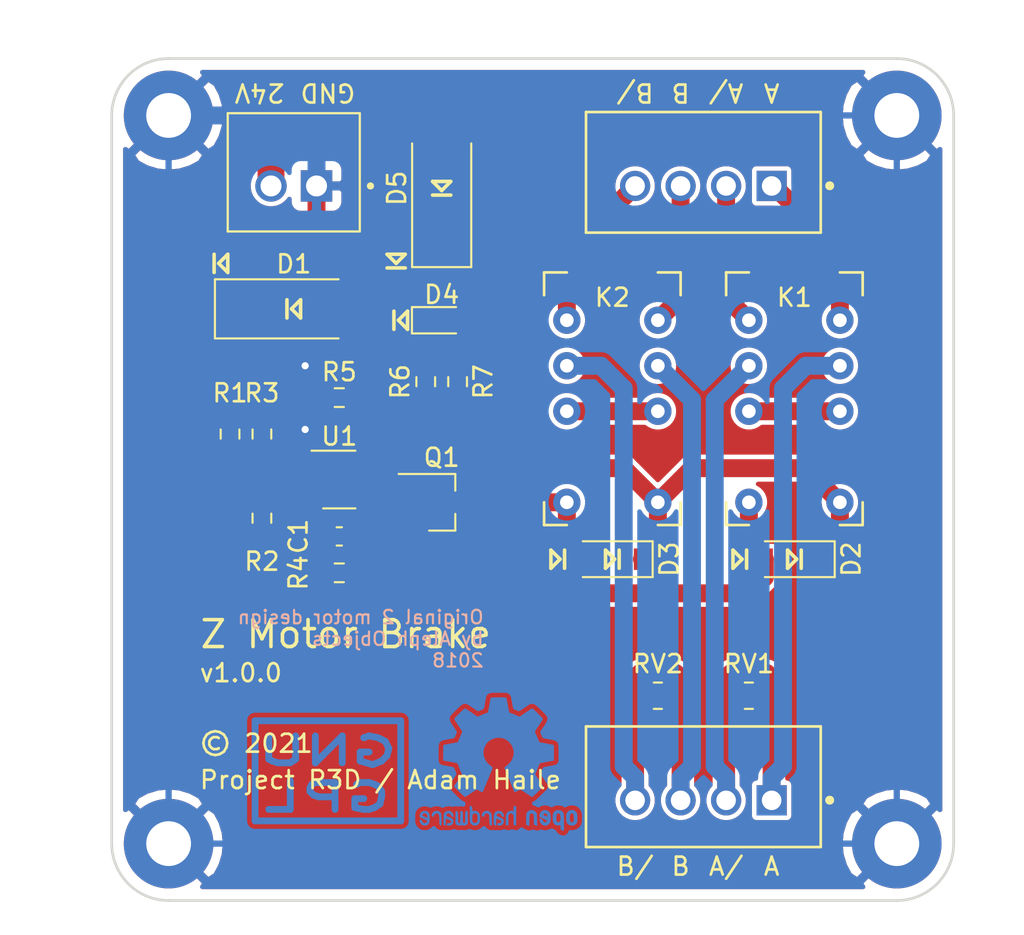
<source format=kicad_pcb>
(kicad_pcb (version 20171130) (host pcbnew "(5.1.10)-1")
  (layers (0 F.Cu signal) (31 B.Cu signal) (34 B.Paste user) (35 F.Paste user) (36 B.SilkS user) (37 F.SilkS user) (38 B.Mask user) (39 F.Mask user) (44 Edge.Cuts user))
  (net 0 "")
  (net 1 "Net-(C1-Pad1)")
  (net 2 "Net-(C1-Pad2)")
  (net 3 "Net-(D1-Pad1)")
  (net 4 GND)
  (net 5 +24V)
  (net 6 "Net-(D2-Pad2)")
  (net 7 "Net-(K1-Pad10)")
  (net 8 "Net-(K1-Pad9)")
  (net 9 "Net-(K1-Pad8)")
  (net 10 "Net-(K1-Pad4)")
  (net 11 "Net-(K1-Pad5)")
  (net 12 "Net-(K2-Pad10)")
  (net 13 "Net-(K2-Pad9)")
  (net 14 "Net-(K2-Pad8)")
  (net 15 "Net-(K2-Pad4)")
  (net 16 "Net-(K2-Pad5)")
  (net 17 "Net-(Q1-Pad1)")
  (net 18 VDD)
  (net 19 "Net-(D4-Pad1)")
  (module Symbol:Symbol_GNU-GPL_CopperTop_Small (layer B.Cu) (at 67.945 116.84 180)
    (fp_text reference REF** hide)
    (fp_text value Symbol_GNU-GPL_CopperTop_Small)
    (fp_line (start 2.10058 -0.29972) (end 2.10058 -1.89992) (layer B.Cu) (width 0.381))
    (fp_line (start 2.10058 -1.89992) (end 3.29946 -1.89992) (layer B.Cu) (width 0.381))
    (fp_line (start -0.39878 -1.89992) (end -0.39878 -0.39878) (layer B.Cu) (width 0.381))
    (fp_line (start -0.39878 -0.39878) (end 0.50038 -0.39878) (layer B.Cu) (width 0.381))
    (fp_line (start 0.50038 -0.39878) (end 0.70104 -0.39878) (layer B.Cu) (width 0.381))
    (fp_line (start 0.70104 -0.39878) (end 0.89916 -0.50038) (layer B.Cu) (width 0.381))
    (fp_line (start 0.89916 -0.50038) (end 1.00076 -0.70104) (layer B.Cu) (width 0.381))
    (fp_line (start 1.00076 -0.70104) (end 1.00076 -0.89916) (layer B.Cu) (width 0.381))
    (fp_line (start 1.00076 -0.89916) (end 0.8001 -1.09982) (layer B.Cu) (width 0.381))
    (fp_line (start 0.8001 -1.09982) (end 0.50038 -1.19888) (layer B.Cu) (width 0.381))
    (fp_line (start 0.50038 -1.19888) (end -0.39878 -1.19888) (layer B.Cu) (width 0.381))
    (fp_line (start -1.6002 -0.50038) (end -1.80086 -0.39878) (layer B.Cu) (width 0.381))
    (fp_line (start -1.80086 -0.39878) (end -2.30124 -0.39878) (layer B.Cu) (width 0.381))
    (fp_line (start -2.30124 -0.39878) (end -2.60096 -0.50038) (layer B.Cu) (width 0.381))
    (fp_line (start -2.60096 -0.50038) (end -2.79908 -0.59944) (layer B.Cu) (width 0.381))
    (fp_line (start -2.79908 -0.59944) (end -2.99974 -0.89916) (layer B.Cu) (width 0.381))
    (fp_line (start -2.99974 -0.89916) (end -2.99974 -1.19888) (layer B.Cu) (width 0.381))
    (fp_line (start -2.99974 -1.19888) (end -2.90068 -1.6002) (layer B.Cu) (width 0.381))
    (fp_line (start -2.90068 -1.6002) (end -2.60096 -1.80086) (layer B.Cu) (width 0.381))
    (fp_line (start -2.60096 -1.80086) (end -2.30124 -1.89992) (layer B.Cu) (width 0.381))
    (fp_line (start -2.30124 -1.89992) (end -1.99898 -1.89992) (layer B.Cu) (width 0.381))
    (fp_line (start -1.99898 -1.89992) (end -1.50114 -1.80086) (layer B.Cu) (width 0.381))
    (fp_line (start -1.50114 -1.80086) (end -1.50114 -1.30048) (layer B.Cu) (width 0.381))
    (fp_line (start -1.50114 -1.30048) (end -1.99898 -1.30048) (layer B.Cu) (width 0.381))
    (fp_line (start 1.80086 2.19964) (end 1.80086 0.89916) (layer B.Cu) (width 0.381))
    (fp_line (start 1.80086 0.89916) (end 2.10058 0.70104) (layer B.Cu) (width 0.381))
    (fp_line (start 2.10058 0.70104) (end 2.4003 0.70104) (layer B.Cu) (width 0.381))
    (fp_line (start 2.4003 0.70104) (end 2.79908 0.70104) (layer B.Cu) (width 0.381))
    (fp_line (start 2.79908 0.70104) (end 3.0988 0.8001) (layer B.Cu) (width 0.381))
    (fp_line (start 3.0988 0.8001) (end 3.29946 0.89916) (layer B.Cu) (width 0.381))
    (fp_line (start 3.29946 0.89916) (end 3.29946 2.19964) (layer B.Cu) (width 0.381))
    (fp_line (start -0.8001 0.70104) (end -0.8001 2.19964) (layer B.Cu) (width 0.381))
    (fp_line (start -0.8001 2.19964) (end 0.70104 0.70104) (layer B.Cu) (width 0.381))
    (fp_line (start 0.70104 0.70104) (end 0.70104 2.19964) (layer B.Cu) (width 0.381))
    (fp_line (start -1.99898 2.10058) (end -2.30124 2.19964) (layer B.Cu) (width 0.381))
    (fp_line (start -2.30124 2.19964) (end -2.79908 2.10058) (layer B.Cu) (width 0.381))
    (fp_line (start -2.79908 2.10058) (end -3.2004 1.89992) (layer B.Cu) (width 0.381))
    (fp_line (start -3.2004 1.89992) (end -3.40106 1.50114) (layer B.Cu) (width 0.381))
    (fp_line (start -3.40106 1.50114) (end -3.29946 1.09982) (layer B.Cu) (width 0.381))
    (fp_line (start -3.29946 1.09982) (end -2.99974 0.8001) (layer B.Cu) (width 0.381))
    (fp_line (start -2.99974 0.8001) (end -2.49936 0.59944) (layer B.Cu) (width 0.381))
    (fp_line (start -2.49936 0.59944) (end -1.80086 0.8001) (layer B.Cu) (width 0.381))
    (fp_line (start -1.80086 0.8001) (end -1.80086 1.30048) (layer B.Cu) (width 0.381))
    (fp_line (start -1.80086 1.30048) (end -2.30124 1.30048) (layer B.Cu) (width 0.381))
    (fp_line (start -4.064 3.048) (end 4.064 3.048) (layer B.Cu) (width 0.381))
    (fp_line (start 4.064 3.048) (end 4.064 -2.54) (layer B.Cu) (width 0.381))
    (fp_line (start 4.064 -2.54) (end -4.064 -2.54) (layer B.Cu) (width 0.381))
    (fp_line (start -4.064 -2.54) (end -4.064 3.048) (layer B.Cu) (width 0.381))
  )
  (module Symbol:OSHW-Logo2_9.8x8mm_Copper (layer B.Cu) (at 77.47 116.205 180)
    (fp_text reference REF** hide)
    (fp_text value OSHW-Logo2_9.8x8mm_Copper hide)
    (fp_poly (pts (xy -3.231114 -2.584505) (xy -3.156461 -2.621727) (xy -3.090569 -2.690261) (xy -3.072423 -2.715648) (xy -3.052655 -2.748866) (xy -3.039828 -2.784945) (xy -3.03249 -2.833098) (xy -3.029187 -2.902536) (xy -3.028462 -2.994206) (xy -3.031737 -3.11983) (xy -3.043123 -3.214154) (xy -3.064959 -3.284523) (xy -3.099581 -3.338286) (xy -3.14933 -3.382788) (xy -3.152986 -3.385423) (xy -3.202015 -3.412377) (xy -3.261055 -3.425712) (xy -3.336141 -3.429) (xy -3.458205 -3.429) (xy -3.458256 -3.547497) (xy -3.459392 -3.613492) (xy -3.466314 -3.652202) (xy -3.484402 -3.675419) (xy -3.519038 -3.694933) (xy -3.527355 -3.69892) (xy -3.56628 -3.717603) (xy -3.596417 -3.729403) (xy -3.618826 -3.730422) (xy -3.634567 -3.716761) (xy -3.644698 -3.684522) (xy -3.650277 -3.629804) (xy -3.652365 -3.548711) (xy -3.652019 -3.437344) (xy -3.6503 -3.291802) (xy -3.649763 -3.248269) (xy -3.647828 -3.098205) (xy -3.646096 -3.000042) (xy -3.458308 -3.000042) (xy -3.457252 -3.083364) (xy -3.452562 -3.13788) (xy -3.441949 -3.173837) (xy -3.423128 -3.201482) (xy -3.41035 -3.214965) (xy -3.35811 -3.254417) (xy -3.311858 -3.257628) (xy -3.264133 -3.225049) (xy -3.262923 -3.223846) (xy -3.243506 -3.198668) (xy -3.231693 -3.164447) (xy -3.225735 -3.111748) (xy -3.22388 -3.031131) (xy -3.223846 -3.013271) (xy -3.22833 -2.902175) (xy -3.242926 -2.825161) (xy -3.26935 -2.778147) (xy -3.309317 -2.75705) (xy -3.332416 -2.754923) (xy -3.387238 -2.7649) (xy -3.424842 -2.797752) (xy -3.447477 -2.857857) (xy -3.457394 -2.949598) (xy -3.458308 -3.000042) (xy -3.646096 -3.000042) (xy -3.645778 -2.98206) (xy -3.643127 -2.894679) (xy -3.639394 -2.830905) (xy -3.634093 -2.785582) (xy -3.626742 -2.753555) (xy -3.616857 -2.729668) (xy -3.603954 -2.708764) (xy -3.598421 -2.700898) (xy -3.525031 -2.626595) (xy -3.43224 -2.584467) (xy -3.324904 -2.572722) (xy -3.231114 -2.584505)) (layer B.Cu) (width 0.01))
    (fp_poly (pts (xy -1.728336 -2.595089) (xy -1.665633 -2.631358) (xy -1.622039 -2.667358) (xy -1.590155 -2.705075) (xy -1.56819 -2.751199) (xy -1.554351 -2.812421) (xy -1.546847 -2.895431) (xy -1.543883 -3.006919) (xy -1.543539 -3.087062) (xy -1.543539 -3.382065) (xy -1.709615 -3.456515) (xy -1.719385 -3.133402) (xy -1.723421 -3.012729) (xy -1.727656 -2.925141) (xy -1.732903 -2.86465) (xy -1.739975 -2.825268) (xy -1.749689 -2.801007) (xy -1.762856 -2.78588) (xy -1.767081 -2.782606) (xy -1.831091 -2.757034) (xy -1.895792 -2.767153) (xy -1.934308 -2.794) (xy -1.949975 -2.813024) (xy -1.96082 -2.837988) (xy -1.967712 -2.875834) (xy -1.971521 -2.933502) (xy -1.973117 -3.017935) (xy -1.973385 -3.105928) (xy -1.973437 -3.216323) (xy -1.975328 -3.294463) (xy -1.981655 -3.347165) (xy -1.995017 -3.381242) (xy -2.018015 -3.403511) (xy -2.053246 -3.420787) (xy -2.100303 -3.438738) (xy -2.151697 -3.458278) (xy -2.145579 -3.111485) (xy -2.143116 -2.986468) (xy -2.140233 -2.894082) (xy -2.136102 -2.827881) (xy -2.129893 -2.78142) (xy -2.120774 -2.748256) (xy -2.107917 -2.721944) (xy -2.092416 -2.698729) (xy -2.017629 -2.624569) (xy -1.926372 -2.581684) (xy -1.827117 -2.571412) (xy -1.728336 -2.595089)) (layer B.Cu) (width 0.01))
    (fp_poly (pts (xy -3.983114 -2.587256) (xy -3.891536 -2.635409) (xy -3.823951 -2.712905) (xy -3.799943 -2.762727) (xy -3.781262 -2.837533) (xy -3.771699 -2.932052) (xy -3.770792 -3.03521) (xy -3.778079 -3.135935) (xy -3.793097 -3.223153) (xy -3.815385 -3.285791) (xy -3.822235 -3.296579) (xy -3.903368 -3.377105) (xy -3.999734 -3.425336) (xy -4.104299 -3.43945) (xy -4.210032 -3.417629) (xy -4.239457 -3.404547) (xy -4.296759 -3.364231) (xy -4.34705 -3.310775) (xy -4.351803 -3.303995) (xy -4.371122 -3.271321) (xy -4.383892 -3.236394) (xy -4.391436 -3.190414) (xy -4.395076 -3.124584) (xy -4.396135 -3.030105) (xy -4.396154 -3.008923) (xy -4.396106 -3.002182) (xy -4.200769 -3.002182) (xy -4.199632 -3.091349) (xy -4.195159 -3.15052) (xy -4.185754 -3.188741) (xy -4.169824 -3.215053) (xy -4.161692 -3.223846) (xy -4.114942 -3.257261) (xy -4.069553 -3.255737) (xy -4.02366 -3.226752) (xy -3.996288 -3.195809) (xy -3.980077 -3.150643) (xy -3.970974 -3.07942) (xy -3.970349 -3.071114) (xy -3.968796 -2.942037) (xy -3.985035 -2.846172) (xy -4.018848 -2.784107) (xy -4.070016 -2.756432) (xy -4.08828 -2.754923) (xy -4.13624 -2.762513) (xy -4.169047 -2.788808) (xy -4.189105 -2.839095) (xy -4.198822 -2.918664) (xy -4.200769 -3.002182) (xy -4.396106 -3.002182) (xy -4.395426 -2.908249) (xy -4.392371 -2.837906) (xy -4.385678 -2.789163) (xy -4.37404 -2.753288) (xy -4.356147 -2.721548) (xy -4.352192 -2.715648) (xy -4.285733 -2.636104) (xy -4.213315 -2.589929) (xy -4.125151 -2.571599) (xy -4.095213 -2.570703) (xy -3.983114 -2.587256)) (layer B.Cu) (width 0.01))
    (fp_poly (pts (xy -2.465746 -2.599745) (xy -2.388714 -2.651567) (xy -2.329184 -2.726412) (xy -2.293622 -2.821654) (xy -2.286429 -2.891756) (xy -2.287246 -2.921009) (xy -2.294086 -2.943407) (xy -2.312888 -2.963474) (xy -2.349592 -2.985733) (xy -2.410138 -3.014709) (xy -2.500466 -3.054927) (xy -2.500923 -3.055129) (xy -2.584067 -3.09321) (xy -2.652247 -3.127025) (xy -2.698495 -3.152933) (xy -2.715842 -3.167295) (xy -2.715846 -3.167411) (xy -2.700557 -3.198685) (xy -2.664804 -3.233157) (xy -2.623758 -3.25799) (xy -2.602963 -3.262923) (xy -2.54623 -3.245862) (xy -2.497373 -3.203133) (xy -2.473535 -3.156155) (xy -2.450603 -3.121522) (xy -2.405682 -3.082081) (xy -2.352877 -3.048009) (xy -2.30629 -3.02948) (xy -2.296548 -3.028462) (xy -2.285582 -3.045215) (xy -2.284921 -3.088039) (xy -2.29298 -3.145781) (xy -2.308173 -3.207289) (xy -2.328914 -3.261409) (xy -2.329962 -3.26351) (xy -2.392379 -3.35066) (xy -2.473274 -3.409939) (xy -2.565144 -3.439034) (xy -2.660487 -3.435634) (xy -2.751802 -3.397428) (xy -2.755862 -3.394741) (xy -2.827694 -3.329642) (xy -2.874927 -3.244705) (xy -2.901066 -3.133021) (xy -2.904574 -3.101643) (xy -2.910787 -2.953536) (xy -2.903339 -2.884468) (xy -2.715846 -2.884468) (xy -2.71341 -2.927552) (xy -2.700086 -2.940126) (xy -2.666868 -2.930719) (xy -2.614506 -2.908483) (xy -2.555976 -2.88061) (xy -2.554521 -2.879872) (xy -2.504911 -2.853777) (xy -2.485 -2.836363) (xy -2.48991 -2.818107) (xy -2.510584 -2.79412) (xy -2.563181 -2.759406) (xy -2.619823 -2.756856) (xy -2.670631 -2.782119) (xy -2.705724 -2.830847) (xy -2.715846 -2.884468) (xy -2.903339 -2.884468) (xy -2.898008 -2.835036) (xy -2.865222 -2.741055) (xy -2.819579 -2.675215) (xy -2.737198 -2.608681) (xy -2.646454 -2.575676) (xy -2.553815 -2.573573) (xy -2.465746 -2.599745)) (layer B.Cu) (width 0.01))
    (fp_poly (pts (xy -0.840154 -2.49212) (xy -0.834428 -2.57198) (xy -0.827851 -2.619039) (xy -0.818738 -2.639566) (xy -0.805402 -2.639829) (xy -0.801077 -2.637378) (xy -0.743556 -2.619636) (xy -0.668732 -2.620672) (xy -0.592661 -2.63891) (xy -0.545082 -2.662505) (xy -0.496298 -2.700198) (xy -0.460636 -2.742855) (xy -0.436155 -2.797057) (xy -0.420913 -2.869384) (xy -0.41297 -2.966419) (xy -0.410384 -3.094742) (xy -0.410338 -3.119358) (xy -0.410308 -3.39587) (xy -0.471839 -3.41732) (xy -0.515541 -3.431912) (xy -0.539518 -3.438706) (xy -0.540223 -3.438769) (xy -0.542585 -3.420345) (xy -0.544594 -3.369526) (xy -0.546099 -3.292993) (xy -0.546947 -3.19743) (xy -0.547077 -3.139329) (xy -0.547349 -3.024771) (xy -0.548748 -2.942667) (xy -0.552151 -2.886393) (xy -0.558433 -2.849326) (xy -0.568471 -2.824844) (xy -0.583139 -2.806325) (xy -0.592298 -2.797406) (xy -0.655211 -2.761466) (xy -0.723864 -2.758775) (xy -0.786152 -2.78917) (xy -0.797671 -2.800144) (xy -0.814567 -2.820779) (xy -0.826286 -2.845256) (xy -0.833767 -2.880647) (xy -0.837946 -2.934026) (xy -0.839763 -3.012466) (xy -0.840154 -3.120617) (xy -0.840154 -3.39587) (xy -0.901685 -3.41732) (xy -0.945387 -3.431912) (xy -0.969364 -3.438706) (xy -0.97007 -3.438769) (xy -0.971874 -3.420069) (xy -0.9735 -3.367322) (xy -0.974883 -3.285557) (xy -0.975958 -3.179805) (xy -0.97666 -3.055094) (xy -0.976923 -2.916455) (xy -0.976923 -2.381806) (xy -0.849923 -2.328236) (xy -0.840154 -2.49212)) (layer B.Cu) (width 0.01))
    (fp_poly (pts (xy 0.053501 -2.626303) (xy 0.13006 -2.654733) (xy 0.130936 -2.655279) (xy 0.178285 -2.690127) (xy 0.213241 -2.730852) (xy 0.237825 -2.783925) (xy 0.254062 -2.855814) (xy 0.263975 -2.952992) (xy 0.269586 -3.081928) (xy 0.270077 -3.100298) (xy 0.277141 -3.377287) (xy 0.217695 -3.408028) (xy 0.174681 -3.428802) (xy 0.14871 -3.438646) (xy 0.147509 -3.438769) (xy 0.143014 -3.420606) (xy 0.139444 -3.371612) (xy 0.137248 -3.300031) (xy 0.136769 -3.242068) (xy 0.136758 -3.14817) (xy 0.132466 -3.089203) (xy 0.117503 -3.061079) (xy 0.085482 -3.059706) (xy 0.030014 -3.080998) (xy -0.053731 -3.120136) (xy -0.115311 -3.152643) (xy -0.146983 -3.180845) (xy -0.156294 -3.211582) (xy -0.156308 -3.213104) (xy -0.140943 -3.266054) (xy -0.095453 -3.29466) (xy -0.025834 -3.298803) (xy 0.024313 -3.298084) (xy 0.050754 -3.312527) (xy 0.067243 -3.347218) (xy 0.076733 -3.391416) (xy 0.063057 -3.416493) (xy 0.057907 -3.420082) (xy 0.009425 -3.434496) (xy -0.058469 -3.436537) (xy -0.128388 -3.426983) (xy -0.177932 -3.409522) (xy -0.24643 -3.351364) (xy -0.285366 -3.270408) (xy -0.293077 -3.20716) (xy -0.287193 -3.150111) (xy -0.265899 -3.103542) (xy -0.223735 -3.062181) (xy -0.155241 -3.020755) (xy -0.054956 -2.973993) (xy -0.048846 -2.97135) (xy 0.04149 -2.929617) (xy 0.097235 -2.895391) (xy 0.121129 -2.864635) (xy 0.115913 -2.833311) (xy 0.084328 -2.797383) (xy 0.074883 -2.789116) (xy 0.011617 -2.757058) (xy -0.053936 -2.758407) (xy -0.111028 -2.789838) (xy -0.148907 -2.848024) (xy -0.152426 -2.859446) (xy -0.1867 -2.914837) (xy -0.230191 -2.941518) (xy -0.293077 -2.96796) (xy -0.293077 -2.899548) (xy -0.273948 -2.80011) (xy -0.217169 -2.708902) (xy -0.187622 -2.678389) (xy -0.120458 -2.639228) (xy -0.035044 -2.6215) (xy 0.053501 -2.626303)) (layer B.Cu) (width 0.01))
    (fp_poly (pts (xy 0.713362 -2.62467) (xy 0.802117 -2.657421) (xy 0.874022 -2.71535) (xy 0.902144 -2.756128) (xy 0.932802 -2.830954) (xy 0.932165 -2.885058) (xy 0.899987 -2.921446) (xy 0.888081 -2.927633) (xy 0.836675 -2.946925) (xy 0.810422 -2.941982) (xy 0.80153 -2.909587) (xy 0.801077 -2.891692) (xy 0.784797 -2.825859) (xy 0.742365 -2.779807) (xy 0.683388 -2.757564) (xy 0.617475 -2.763161) (xy 0.563895 -2.792229) (xy 0.545798 -2.80881) (xy 0.532971 -2.828925) (xy 0.524306 -2.859332) (xy 0.518696 -2.906788) (xy 0.515035 -2.97805) (xy 0.512215 -3.079875) (xy 0.511484 -3.112115) (xy 0.50882 -3.22241) (xy 0.505792 -3.300036) (xy 0.50125 -3.351396) (xy 0.494046 -3.38289) (xy 0.483033 -3.40092) (xy 0.46706 -3.411888) (xy 0.456834 -3.416733) (xy 0.413406 -3.433301) (xy 0.387842 -3.438769) (xy 0.379395 -3.420507) (xy 0.374239 -3.365296) (xy 0.372346 -3.272499) (xy 0.373689 -3.141478) (xy 0.374107 -3.121269) (xy 0.377058 -3.001733) (xy 0.380548 -2.914449) (xy 0.385514 -2.852591) (xy 0.392893 -2.809336) (xy 0.403624 -2.77786) (xy 0.418645 -2.751339) (xy 0.426502 -2.739975) (xy 0.471553 -2.689692) (xy 0.52194 -2.650581) (xy 0.528108 -2.647167) (xy 0.618458 -2.620212) (xy 0.713362 -2.62467)) (layer B.Cu) (width 0.01))
    (fp_poly (pts (xy 1.602081 -2.780289) (xy 1.601833 -2.92632) (xy 1.600872 -3.038655) (xy 1.598794 -3.122678) (xy 1.595193 -3.183769) (xy 1.589665 -3.227309) (xy 1.581804 -3.258679) (xy 1.571207 -3.283262) (xy 1.563182 -3.297294) (xy 1.496728 -3.373388) (xy 1.41247 -3.421084) (xy 1.319249 -3.438199) (xy 1.2259 -3.422546) (xy 1.170312 -3.394418) (xy 1.111957 -3.34576) (xy 1.072186 -3.286333) (xy 1.04819 -3.208507) (xy 1.037161 -3.104652) (xy 1.035599 -3.028462) (xy 1.035809 -3.022986) (xy 1.172308 -3.022986) (xy 1.173141 -3.110355) (xy 1.176961 -3.168192) (xy 1.185746 -3.206029) (xy 1.201474 -3.233398) (xy 1.220266 -3.254042) (xy 1.283375 -3.29389) (xy 1.351137 -3.297295) (xy 1.415179 -3.264025) (xy 1.420164 -3.259517) (xy 1.441439 -3.236067) (xy 1.454779 -3.208166) (xy 1.462001 -3.166641) (xy 1.464923 -3.102316) (xy 1.465385 -3.0312) (xy 1.464383 -2.941858) (xy 1.460238 -2.882258) (xy 1.451236 -2.843089) (xy 1.435667 -2.81504) (xy 1.422902 -2.800144) (xy 1.3636 -2.762575) (xy 1.295301 -2.758057) (xy 1.23011 -2.786753) (xy 1.217528 -2.797406) (xy 1.196111 -2.821063) (xy 1.182744 -2.849251) (xy 1.175566 -2.891245) (xy 1.172719 -2.956319) (xy 1.172308 -3.022986) (xy 1.035809 -3.022986) (xy 1.040322 -2.905765) (xy 1.056362 -2.813577) (xy 1.086528 -2.744269) (xy 1.133629 -2.690211) (xy 1.170312 -2.662505) (xy 1.23699 -2.632572) (xy 1.314272 -2.618678) (xy 1.38611 -2.622397) (xy 1.426308 -2.6374) (xy 1.442082 -2.64167) (xy 1.45255 -2.62575) (xy 1.459856 -2.583089) (xy 1.465385 -2.518106) (xy 1.471437 -2.445732) (xy 1.479844 -2.402187) (xy 1.495141 -2.377287) (xy 1.521864 -2.360845) (xy 1.538654 -2.353564) (xy 1.602154 -2.326963) (xy 1.602081 -2.780289)) (layer B.Cu) (width 0.01))
    (fp_poly (pts (xy 2.395929 -2.636662) (xy 2.398911 -2.688068) (xy 2.401247 -2.766192) (xy 2.402749 -2.864857) (xy 2.403231 -2.968343) (xy 2.403231 -3.318533) (xy 2.341401 -3.380363) (xy 2.298793 -3.418462) (xy 2.26139 -3.433895) (xy 2.21027 -3.432918) (xy 2.189978 -3.430433) (xy 2.126554 -3.4232) (xy 2.074095 -3.419055) (xy 2.061308 -3.418672) (xy 2.018199 -3.421176) (xy 1.956544 -3.427462) (xy 1.932638 -3.430433) (xy 1.873922 -3.435028) (xy 1.834464 -3.425046) (xy 1.795338 -3.394228) (xy 1.781215 -3.380363) (xy 1.719385 -3.318533) (xy 1.719385 -2.663503) (xy 1.76915 -2.640829) (xy 1.812002 -2.624034) (xy 1.837073 -2.618154) (xy 1.843501 -2.636736) (xy 1.849509 -2.688655) (xy 1.854697 -2.768172) (xy 1.858664 -2.869546) (xy 1.860577 -2.955192) (xy 1.865923 -3.292231) (xy 1.91256 -3.298825) (xy 1.954976 -3.294214) (xy 1.97576 -3.279287) (xy 1.98157 -3.251377) (xy 1.98653 -3.191925) (xy 1.990246 -3.108466) (xy 1.992324 -3.008532) (xy 1.992624 -2.957104) (xy 1.992923 -2.661054) (xy 2.054454 -2.639604) (xy 2.098004 -2.62502) (xy 2.121694 -2.618219) (xy 2.122377 -2.618154) (xy 2.124754 -2.636642) (xy 2.127366 -2.687906) (xy 2.129995 -2.765649) (xy 2.132421 -2.863574) (xy 2.134115 -2.955192) (xy 2.139461 -3.292231) (xy 2.256692 -3.292231) (xy 2.262072 -2.984746) (xy 2.267451 -2.677261) (xy 2.324601 -2.647707) (xy 2.366797 -2.627413) (xy 2.39177 -2.618204) (xy 2.392491 -2.618154) (xy 2.395929 -2.636662)) (layer B.Cu) (width 0.01))
    (fp_poly (pts (xy 2.887333 -2.633528) (xy 2.94359 -2.659117) (xy 2.987747 -2.690124) (xy 3.020101 -2.724795) (xy 3.042438 -2.76952) (xy 3.056546 -2.830692) (xy 3.064211 -2.914701) (xy 3.06722 -3.02794) (xy 3.067538 -3.102509) (xy 3.067538 -3.39342) (xy 3.017773 -3.416095) (xy 2.978576 -3.432667) (xy 2.959157 -3.438769) (xy 2.955442 -3.42061) (xy 2.952495 -3.371648) (xy 2.950691 -3.300153) (xy 2.950308 -3.243385) (xy 2.948661 -3.161371) (xy 2.944222 -3.096309) (xy 2.93774 -3.056467) (xy 2.93259 -3.048) (xy 2.897977 -3.056646) (xy 2.84364 -3.078823) (xy 2.780722 -3.108886) (xy 2.720368 -3.141192) (xy 2.673721 -3.170098) (xy 2.651926 -3.189961) (xy 2.651839 -3.190175) (xy 2.653714 -3.226935) (xy 2.670525 -3.262026) (xy 2.700039 -3.290528) (xy 2.743116 -3.300061) (xy 2.779932 -3.29895) (xy 2.832074 -3.298133) (xy 2.859444 -3.310349) (xy 2.875882 -3.342624) (xy 2.877955 -3.34871) (xy 2.885081 -3.394739) (xy 2.866024 -3.422687) (xy 2.816353 -3.436007) (xy 2.762697 -3.43847) (xy 2.666142 -3.42021) (xy 2.616159 -3.394131) (xy 2.554429 -3.332868) (xy 2.52169 -3.25767) (xy 2.518753 -3.178211) (xy 2.546424 -3.104167) (xy 2.588047 -3.057769) (xy 2.629604 -3.031793) (xy 2.694922 -2.998907) (xy 2.771038 -2.965557) (xy 2.783726 -2.960461) (xy 2.867333 -2.923565) (xy 2.91553 -2.891046) (xy 2.93103 -2.858718) (xy 2.91655 -2.822394) (xy 2.891692 -2.794) (xy 2.832939 -2.759039) (xy 2.768293 -2.756417) (xy 2.709008 -2.783358) (xy 2.666339 -2.837088) (xy 2.660739 -2.85095) (xy 2.628133 -2.901936) (xy 2.58053 -2.939787) (xy 2.520461 -2.97085) (xy 2.520461 -2.882768) (xy 2.523997 -2.828951) (xy 2.539156 -2.786534) (xy 2.572768 -2.741279) (xy 2.605035 -2.70642) (xy 2.655209 -2.657062) (xy 2.694193 -2.630547) (xy 2.736064 -2.619911) (xy 2.78346 -2.618154) (xy 2.887333 -2.633528)) (layer B.Cu) (width 0.01))
    (fp_poly (pts (xy 3.570807 -2.636782) (xy 3.594161 -2.646988) (xy 3.649902 -2.691134) (xy 3.697569 -2.754967) (xy 3.727048 -2.823087) (xy 3.731846 -2.85667) (xy 3.71576 -2.903556) (xy 3.680475 -2.928365) (xy 3.642644 -2.943387) (xy 3.625321 -2.946155) (xy 3.616886 -2.926066) (xy 3.60023 -2.882351) (xy 3.592923 -2.862598) (xy 3.551948 -2.794271) (xy 3.492622 -2.760191) (xy 3.416552 -2.761239) (xy 3.410918 -2.762581) (xy 3.370305 -2.781836) (xy 3.340448 -2.819375) (xy 3.320055 -2.879809) (xy 3.307836 -2.967751) (xy 3.3025 -3.087813) (xy 3.302 -3.151698) (xy 3.301752 -3.252403) (xy 3.300126 -3.321054) (xy 3.295801 -3.364673) (xy 3.287454 -3.390282) (xy 3.273765 -3.404903) (xy 3.253411 -3.415558) (xy 3.252234 -3.416095) (xy 3.213038 -3.432667) (xy 3.193619 -3.438769) (xy 3.190635 -3.420319) (xy 3.188081 -3.369323) (xy 3.18614 -3.292308) (xy 3.184997 -3.195805) (xy 3.184769 -3.125184) (xy 3.185932 -2.988525) (xy 3.190479 -2.884851) (xy 3.199999 -2.808108) (xy 3.216081 -2.752246) (xy 3.240313 -2.711212) (xy 3.274286 -2.678954) (xy 3.307833 -2.65644) (xy 3.388499 -2.626476) (xy 3.482381 -2.619718) (xy 3.570807 -2.636782)) (layer B.Cu) (width 0.01))
    (fp_poly (pts (xy 4.245224 -2.647838) (xy 4.322528 -2.698361) (xy 4.359814 -2.74359) (xy 4.389353 -2.825663) (xy 4.391699 -2.890607) (xy 4.386385 -2.977445) (xy 4.186115 -3.065103) (xy 4.088739 -3.109887) (xy 4.025113 -3.145913) (xy 3.992029 -3.177117) (xy 3.98628 -3.207436) (xy 4.004658 -3.240805) (xy 4.024923 -3.262923) (xy 4.083889 -3.298393) (xy 4.148024 -3.300879) (xy 4.206926 -3.273235) (xy 4.250197 -3.21832) (xy 4.257936 -3.198928) (xy 4.295006 -3.138364) (xy 4.337654 -3.112552) (xy 4.396154 -3.090471) (xy 4.396154 -3.174184) (xy 4.390982 -3.23115) (xy 4.370723 -3.279189) (xy 4.328262 -3.334346) (xy 4.321951 -3.341514) (xy 4.27472 -3.390585) (xy 4.234121 -3.41692) (xy 4.183328 -3.429035) (xy 4.14122 -3.433003) (xy 4.065902 -3.433991) (xy 4.012286 -3.421466) (xy 3.978838 -3.402869) (xy 3.926268 -3.361975) (xy 3.889879 -3.317748) (xy 3.86685 -3.262126) (xy 3.854359 -3.187047) (xy 3.849587 -3.084449) (xy 3.849206 -3.032376) (xy 3.850501 -2.969948) (xy 3.968471 -2.969948) (xy 3.969839 -3.003438) (xy 3.973249 -3.008923) (xy 3.995753 -3.001472) (xy 4.044182 -2.981753) (xy 4.108908 -2.953718) (xy 4.122443 -2.947692) (xy 4.204244 -2.906096) (xy 4.249312 -2.869538) (xy 4.259217 -2.835296) (xy 4.235526 -2.800648) (xy 4.21596 -2.785339) (xy 4.14536 -2.754721) (xy 4.07928 -2.75978) (xy 4.023959 -2.797151) (xy 3.985636 -2.863473) (xy 3.973349 -2.916116) (xy 3.968471 -2.969948) (xy 3.850501 -2.969948) (xy 3.85173 -2.91072) (xy 3.861032 -2.82071) (xy 3.87946 -2.755167) (xy 3.90936 -2.706912) (xy 3.95308 -2.668767) (xy 3.972141 -2.65644) (xy 4.058726 -2.624336) (xy 4.153522 -2.622316) (xy 4.245224 -2.647838)) (layer B.Cu) (width 0.01))
    (fp_poly (pts (xy 0.139878 3.712224) (xy 0.245612 3.711645) (xy 0.322132 3.710078) (xy 0.374372 3.707028) (xy 0.407263 3.702004) (xy 0.425737 3.694511) (xy 0.434727 3.684056) (xy 0.439163 3.670147) (xy 0.439594 3.668346) (xy 0.446333 3.635855) (xy 0.458808 3.571748) (xy 0.475719 3.482849) (xy 0.495771 3.375981) (xy 0.517664 3.257967) (xy 0.518429 3.253822) (xy 0.540359 3.138169) (xy 0.560877 3.035986) (xy 0.578659 2.953402) (xy 0.592381 2.896544) (xy 0.600718 2.871542) (xy 0.601116 2.871099) (xy 0.625677 2.85889) (xy 0.676315 2.838544) (xy 0.742095 2.814455) (xy 0.742461 2.814326) (xy 0.825317 2.783182) (xy 0.923 2.743509) (xy 1.015077 2.703619) (xy 1.019434 2.701647) (xy 1.169407 2.63358) (xy 1.501498 2.860361) (xy 1.603374 2.929496) (xy 1.695657 2.991303) (xy 1.773003 3.042267) (xy 1.830064 3.078873) (xy 1.861495 3.097606) (xy 1.864479 3.098996) (xy 1.887321 3.09281) (xy 1.929982 3.062965) (xy 1.994128 3.008053) (xy 2.081421 2.926666) (xy 2.170535 2.840078) (xy 2.256441 2.754753) (xy 2.333327 2.676892) (xy 2.396564 2.611303) (xy 2.441523 2.562795) (xy 2.463576 2.536175) (xy 2.464396 2.534805) (xy 2.466834 2.516537) (xy 2.45765 2.486705) (xy 2.434574 2.441279) (xy 2.395337 2.37623) (xy 2.33767 2.28753) (xy 2.260795 2.173343) (xy 2.19257 2.072838) (xy 2.131582 1.982697) (xy 2.081356 1.908151) (xy 2.045416 1.854435) (xy 2.027287 1.826782) (xy 2.026146 1.824905) (xy 2.028359 1.79841) (xy 2.045138 1.746914) (xy 2.073142 1.680149) (xy 2.083122 1.658828) (xy 2.126672 1.563841) (xy 2.173134 1.456063) (xy 2.210877 1.362808) (xy 2.238073 1.293594) (xy 2.259675 1.240994) (xy 2.272158 1.213503) (xy 2.273709 1.211384) (xy 2.296668 1.207876) (xy 2.350786 1.198262) (xy 2.428868 1.183911) (xy 2.523719 1.166193) (xy 2.628143 1.146475) (xy 2.734944 1.126126) (xy 2.836926 1.106514) (xy 2.926894 1.089009) (xy 2.997653 1.074978) (xy 3.042006 1.065791) (xy 3.052885 1.063193) (xy 3.064122 1.056782) (xy 3.072605 1.042303) (xy 3.078714 1.014867) (xy 3.082832 0.969589) (xy 3.085341 0.90158) (xy 3.086621 0.805953) (xy 3.087054 0.67782) (xy 3.087077 0.625299) (xy 3.087077 0.198155) (xy 2.9845 0.177909) (xy 2.927431 0.16693) (xy 2.842269 0.150905) (xy 2.739372 0.131767) (xy 2.629096 0.111449) (xy 2.598615 0.105868) (xy 2.496855 0.086083) (xy 2.408205 0.066627) (xy 2.340108 0.049303) (xy 2.300004 0.035912) (xy 2.293323 0.031921) (xy 2.276919 0.003658) (xy 2.253399 -0.051109) (xy 2.227316 -0.121588) (xy 2.222142 -0.136769) (xy 2.187956 -0.230896) (xy 2.145523 -0.337101) (xy 2.103997 -0.432473) (xy 2.103792 -0.432916) (xy 2.03464 -0.582525) (xy 2.489512 -1.251617) (xy 2.1975 -1.544116) (xy 2.10918 -1.63117) (xy 2.028625 -1.707909) (xy 1.96036 -1.770237) (xy 1.908908 -1.814056) (xy 1.878794 -1.83527) (xy 1.874474 -1.836616) (xy 1.849111 -1.826016) (xy 1.797358 -1.796547) (xy 1.724868 -1.751705) (xy 1.637294 -1.694984) (xy 1.542612 -1.631462) (xy 1.446516 -1.566668) (xy 1.360837 -1.510287) (xy 1.291016 -1.465788) (xy 1.242494 -1.436639) (xy 1.220782 -1.426308) (xy 1.194293 -1.43505) (xy 1.144062 -1.458087) (xy 1.080451 -1.490631) (xy 1.073708 -1.494249) (xy 0.988046 -1.53721) (xy 0.929306 -1.558279) (xy 0.892772 -1.558503) (xy 0.873731 -1.538928) (xy 0.87362 -1.538654) (xy 0.864102 -1.515472) (xy 0.841403 -1.460441) (xy 0.807282 -1.377822) (xy 0.7635 -1.271872) (xy 0.711816 -1.146852) (xy 0.653992 -1.00702) (xy 0.597991 -0.871637) (xy 0.536447 -0.722234) (xy 0.479939 -0.583832) (xy 0.430161 -0.460673) (xy 0.388806 -0.357002) (xy 0.357568 -0.277059) (xy 0.338141 -0.225088) (xy 0.332154 -0.205692) (xy 0.347168 -0.183443) (xy 0.386439 -0.147982) (xy 0.438807 -0.108887) (xy 0.587941 0.014755) (xy 0.704511 0.156478) (xy 0.787118 0.313296) (xy 0.834366 0.482225) (xy 0.844857 0.660278) (xy 0.837231 0.742461) (xy 0.795682 0.912969) (xy 0.724123 1.063541) (xy 0.626995 1.192691) (xy 0.508734 1.298936) (xy 0.37378 1.38079) (xy 0.226571 1.436768) (xy 0.071544 1.465385) (xy -0.086861 1.465156) (xy -0.244206 1.434595) (xy -0.396054 1.372218) (xy -0.537965 1.27654) (xy -0.597197 1.222428) (xy -0.710797 1.08348) (xy -0.789894 0.931639) (xy -0.835014 0.771333) (xy -0.846684 0.606988) (xy -0.825431 0.443029) (xy -0.77178 0.283882) (xy -0.68626 0.133975) (xy -0.569395 -0.002267) (xy -0.438807 -0.108887) (xy -0.384412 -0.149642) (xy -0.345986 -0.184718) (xy -0.332154 -0.205726) (xy -0.339397 -0.228635) (xy -0.359995 -0.283365) (xy -0.392254 -0.365672) (xy -0.434479 -0.471315) (xy -0.484977 -0.59605) (xy -0.542052 -0.735636) (xy -0.598146 -0.87167) (xy -0.660033 -1.021201) (xy -0.717356 -1.159767) (xy -0.768356 -1.283107) (xy -0.811273 -1.386964) (xy -0.844347 -1.46708) (xy -0.865819 -1.519195) (xy -0.873775 -1.538654) (xy -0.892571 -1.558423) (xy -0.928926 -1.558365) (xy -0.987521 -1.537441) (xy -1.073032 -1.494613) (xy -1.073708 -1.494249) (xy -1.138093 -1.461012) (xy -1.190139 -1.436802) (xy -1.219488 -1.426404) (xy -1.220783 -1.426308) (xy -1.242876 -1.436855) (xy -1.291652 -1.466184) (xy -1.361669 -1.510827) (xy -1.447486 -1.567314) (xy -1.542612 -1.631462) (xy -1.63946 -1.696411) (xy -1.726747 -1.752896) (xy -1.798819 -1.797421) (xy -1.850023 -1.82649) (xy -1.874474 -1.836616) (xy -1.89699 -1.823307) (xy -1.942258 -1.786112) (xy -2.005756 -1.729128) (xy -2.082961 -1.656449) (xy -2.169349 -1.572171) (xy -2.197601 -1.544016) (xy -2.489713 -1.251416) (xy -2.267369 -0.925104) (xy -2.199798 -0.824897) (xy -2.140493 -0.734963) (xy -2.092783 -0.66051) (xy -2.059993 -0.606751) (xy -2.045452 -0.578894) (xy -2.045026 -0.576912) (xy -2.052692 -0.550655) (xy -2.073311 -0.497837) (xy -2.103315 -0.42731) (xy -2.124375 -0.380093) (xy -2.163752 -0.289694) (xy -2.200835 -0.198366) (xy -2.229585 -0.1212) (xy -2.237395 -0.097692) (xy -2.259583 -0.034916) (xy -2.281273 0.013589) (xy -2.293187 0.031921) (xy -2.319477 0.043141) (xy -2.376858 0.059046) (xy -2.457882 0.077833) (xy -2.555105 0.097701) (xy -2.598615 0.105868) (xy -2.709104 0.126171) (xy -2.815084 0.14583) (xy -2.906199 0.162912) (xy -2.972092 0.175482) (xy -2.9845 0.177909) (xy -3.087077 0.198155) (xy -3.087077 0.625299) (xy -3.086847 0.765754) (xy -3.085901 0.872021) (xy -3.083859 0.948987) (xy -3.080338 1.00154) (xy -3.074957 1.034567) (xy -3.067334 1.052955) (xy -3.057088 1.061592) (xy -3.052885 1.063193) (xy -3.02753 1.068873) (xy -2.971516 1.080205) (xy -2.892036 1.095821) (xy -2.796288 1.114353) (xy -2.691467 1.134431) (xy -2.584768 1.154688) (xy -2.483387 1.173754) (xy -2.394521 1.190261) (xy -2.325363 1.202841) (xy -2.283111 1.210125) (xy -2.27371 1.211384) (xy -2.265193 1.228237) (xy -2.24634 1.27313) (xy -2.220676 1.33757) (xy -2.210877 1.362808) (xy -2.171352 1.460314) (xy -2.124808 1.568041) (xy -2.083123 1.658828) (xy -2.05245 1.728247) (xy -2.032044 1.78529) (xy -2.025232 1.820223) (xy -2.026318 1.824905) (xy -2.040715 1.847009) (xy -2.073588 1.896169) (xy -2.12141 1.967152) (xy -2.180652 2.054722) (xy -2.247785 2.153643) (xy -2.261059 2.17317) (xy -2.338954 2.28886) (xy -2.396213 2.376956) (xy -2.435119 2.441514) (xy -2.457956 2.486589) (xy -2.467006 2.516237) (xy -2.464552 2.534515) (xy -2.464489 2.534631) (xy -2.445173 2.558639) (xy -2.402449 2.605053) (xy -2.340949 2.669063) (xy -2.265302 2.745855) (xy -2.180139 2.830618) (xy -2.170535 2.840078) (xy -2.06321 2.944011) (xy -1.980385 3.020325) (xy -1.920395 3.070429) (xy -1.881577 3.09573) (xy -1.86448 3.098996) (xy -1.839527 3.08475) (xy -1.787745 3.051844) (xy -1.71448 3.003792) (xy -1.62508 2.94411) (xy -1.524889 2.876312) (xy -1.501499 2.860361) (xy -1.169407 2.63358) (xy -1.019435 2.701647) (xy -0.92823 2.741315) (xy -0.830331 2.781209) (xy -0.746169 2.813017) (xy -0.742462 2.814326) (xy -0.676631 2.838424) (xy -0.625884 2.8588) (xy -0.601158 2.871064) (xy -0.601116 2.871099) (xy -0.593271 2.893266) (xy -0.579934 2.947783) (xy -0.56243 3.02852) (xy -0.542083 3.12935) (xy -0.520218 3.244144) (xy -0.518429 3.253822) (xy -0.496496 3.372096) (xy -0.47636 3.479458) (xy -0.45932 3.569083) (xy -0.446672 3.634149) (xy -0.439716 3.667832) (xy -0.439594 3.668346) (xy -0.435361 3.682675) (xy -0.427129 3.693493) (xy -0.409967 3.701294) (xy -0.378942 3.706571) (xy -0.329122 3.709818) (xy -0.255576 3.711528) (xy -0.153371 3.712193) (xy -0.017575 3.712307) (xy 0 3.712308) (xy 0.139878 3.712224)) (layer B.Cu) (width 0.01))
  )
  (module Molex:Molex-70543-0038-0-0-MFG (layer F.Cu) (at 88.9 117.475)
    (fp_text reference P3 hide)
    (fp_text value CONN_01X04 hide)
    (pad 1 thru_hole rect (at 3.81 0.76) (size 1.69 1.69) (drill 1.09) (layers *.Cu) (net 10 "Net-(K1-Pad4)"))
    (pad 2 thru_hole circle (at 1.27 0.76) (size 1.69 1.69) (drill 1.09) (layers *.Cu) (net 8 "Net-(K1-Pad9)"))
    (pad 3 thru_hole circle (at -1.27 0.76) (size 1.69 1.69) (drill 1.09) (layers *.Cu) (net 15 "Net-(K2-Pad4)"))
    (pad 4 thru_hole circle (at -3.81 0.76) (size 1.69 1.69) (drill 1.09) (layers *.Cu) (net 13 "Net-(K2-Pad9)"))
  )
  (module Resistor_SMD:R_0805_2012Metric_Pad1.20x1.40mm_HandSolder (layer F.Cu) (at 91.44 112.395 180)
    (fp_text reference RV1 (at 0 1.778) (layer F.SilkS))
    (fp_text value M2012C390)
    (pad 2 smd roundrect (at 1 0 180) (size 1.2 1.4) (layers F.Cu F.Paste F.Mask) (roundrect_rratio 0.208333) (net 8 "Net-(K1-Pad9)"))
    (pad 1 smd roundrect (at -1 0 180) (size 1.2 1.4) (layers F.Cu F.Paste F.Mask) (roundrect_rratio 0.208333) (net 10 "Net-(K1-Pad4)"))
  )
  (module Resistor_SMD:R_0805_2012Metric_Pad1.20x1.40mm_HandSolder (layer F.Cu) (at 86.36 112.395 180)
    (fp_text reference RV2 (at 0 1.778) (layer F.SilkS))
    (fp_text value M2012C390)
    (pad 1 smd roundrect (at -1 0 180) (size 1.2 1.4) (layers F.Cu F.Paste F.Mask) (roundrect_rratio 0.208333) (net 15 "Net-(K2-Pad4)"))
    (pad 2 smd roundrect (at 1 0 180) (size 1.2 1.4) (layers F.Cu F.Paste F.Mask) (roundrect_rratio 0.208333) (net 13 "Net-(K2-Pad9)"))
  )
  (module Capacitor_SMD:C_0603_1608Metric_Pad1.08x0.95mm_HandSolder (layer F.Cu) (at 68.58 103.505 180)
    (fp_text reference C1 (at 2.286 0 90) (layer F.SilkS))
    (fp_text value 0.22uF)
    (pad 1 smd roundrect (at -0.8625 0 180) (size 1.075 0.95) (layers F.Cu F.Paste F.Mask) (net 1 "Net-(C1-Pad1)"))
    (pad 2 smd roundrect (at 0.8625 0 180) (size 1.075 0.95) (layers F.Cu F.Paste F.Mask) (net 2 "Net-(C1-Pad2)"))
  )
  (module Diode_SMD:D_SMA_Handsoldering (layer F.Cu) (at 66.04 90.805)
    (fp_text reference D1 (at 0 -2.5) (layer F.SilkS))
    (fp_text value "10.0 V ZENER")
    (pad 2 smd rect (at 2.5 0) (size 3.5 1.8) (layers F.Cu F.Paste F.Mask) (net 4 GND))
    (pad 1 smd rect (at -2.5 0) (size 3.5 1.8) (layers F.Cu F.Paste F.Mask) (net 3 "Net-(D1-Pad1)"))
  )
  (module Diode_SMD:D_SOD-123 (layer F.Cu) (at 93.98 104.775 180)
    (fp_text reference D2 (at -3.175 0 90) (layer F.SilkS))
    (fp_text value D_Schottky_ALT)
    (pad 2 smd rect (at 1.65 0 180) (size 0.9 1.2) (layers F.Cu F.Paste F.Mask) (net 6 "Net-(D2-Pad2)"))
    (pad 1 smd rect (at -1.65 0 180) (size 0.9 1.2) (layers F.Cu F.Paste F.Mask) (net 18 VDD))
  )
  (module Diode_SMD:D_SOD-123 (layer F.Cu) (at 83.82 104.775 180)
    (fp_text reference D3 (at -3.175 0 90) (layer F.SilkS))
    (fp_text value D_Schottky_ALT)
    (pad 1 smd rect (at -1.65 0 180) (size 0.9 1.2) (layers F.Cu F.Paste F.Mask) (net 18 VDD))
    (pad 2 smd rect (at 1.65 0 180) (size 0.9 1.2) (layers F.Cu F.Paste F.Mask) (net 6 "Net-(D2-Pad2)"))
  )
  (module LED_SMD:LED_0603_1608Metric_Pad1.05x0.95mm_HandSolder (layer F.Cu) (at 74.295 91.44)
    (fp_text reference D4 (at 0 -1.43) (layer F.SilkS))
    (fp_text value LED)
    (pad 1 smd roundrect (at -0.875 0) (size 1.05 0.95) (layers F.Cu F.Paste F.Mask) (net 19 "Net-(D4-Pad1)"))
    (pad 2 smd roundrect (at 0.875 0) (size 1.05 0.95) (layers F.Cu F.Paste F.Mask) (net 18 VDD))
  )
  (module Diode_SMD:D_SMA_Handsoldering (layer F.Cu) (at 74.295 84.074 90)
    (fp_text reference D5 (at 0 -2.5 90) (layer F.SilkS))
    (fp_text value D_ALT)
    (pad 1 smd rect (at -2.5 0 90) (size 3.5 1.8) (layers F.Cu F.Paste F.Mask) (net 18 VDD))
    (pad 2 smd rect (at 2.5 0 90) (size 3.5 1.8) (layers F.Cu F.Paste F.Mask) (net 5 +24V))
  )
  (module ec2:EC2_Relay (layer F.Cu) (at 93.98 96.52 90)
    (fp_text reference K1 (at 6.35 0 180) (layer F.SilkS))
    (fp_text value EC2-24NU hide)
    (pad 10 thru_hole circle (at 0 -2.54 90) (size 1.524 1.524) (drill 0.762) (layers *.Cu *.Mask) (net 7 "Net-(K1-Pad10)"))
    (pad 9 thru_hole circle (at 2.54 -2.54 90) (size 1.524 1.524) (drill 0.762) (layers *.Cu *.Mask) (net 8 "Net-(K1-Pad9)"))
    (pad 8 thru_hole circle (at 5.08 -2.54 90) (size 1.524 1.524) (drill 0.762) (layers *.Cu *.Mask) (net 9 "Net-(K1-Pad8)"))
    (pad 12 thru_hole circle (at -5.08 -2.54 90) (size 1.524 1.524) (drill 0.762) (layers *.Cu *.Mask) (net 6 "Net-(D2-Pad2)"))
    (pad 1 thru_hole circle (at -5.08 2.54 90) (size 1.524 1.524) (drill 0.762) (layers *.Cu *.Mask) (net 18 VDD))
    (pad 3 thru_hole circle (at 0 2.54 90) (size 1.524 1.524) (drill 0.762) (layers *.Cu *.Mask) (net 7 "Net-(K1-Pad10)"))
    (pad 4 thru_hole circle (at 2.54 2.54 90) (size 1.524 1.524) (drill 0.762) (layers *.Cu *.Mask) (net 10 "Net-(K1-Pad4)"))
    (pad 5 thru_hole circle (at 5.08 2.54 90) (size 1.524 1.524) (drill 0.762) (layers *.Cu *.Mask) (net 11 "Net-(K1-Pad5)"))
  )
  (module ec2:EC2_Relay (layer F.Cu) (at 83.82 96.52 90)
    (fp_text reference K2 (at 6.35 0 180) (layer F.SilkS))
    (fp_text value EC2-24NU hide)
    (pad 5 thru_hole circle (at 5.08 2.54 90) (size 1.524 1.524) (drill 0.762) (layers *.Cu *.Mask) (net 16 "Net-(K2-Pad5)"))
    (pad 4 thru_hole circle (at 2.54 2.54 90) (size 1.524 1.524) (drill 0.762) (layers *.Cu *.Mask) (net 15 "Net-(K2-Pad4)"))
    (pad 3 thru_hole circle (at 0 2.54 90) (size 1.524 1.524) (drill 0.762) (layers *.Cu *.Mask) (net 12 "Net-(K2-Pad10)"))
    (pad 1 thru_hole circle (at -5.08 2.54 90) (size 1.524 1.524) (drill 0.762) (layers *.Cu *.Mask) (net 18 VDD))
    (pad 12 thru_hole circle (at -5.08 -2.54 90) (size 1.524 1.524) (drill 0.762) (layers *.Cu *.Mask) (net 6 "Net-(D2-Pad2)"))
    (pad 8 thru_hole circle (at 5.08 -2.54 90) (size 1.524 1.524) (drill 0.762) (layers *.Cu *.Mask) (net 14 "Net-(K2-Pad8)"))
    (pad 9 thru_hole circle (at 2.54 -2.54 90) (size 1.524 1.524) (drill 0.762) (layers *.Cu *.Mask) (net 13 "Net-(K2-Pad9)"))
    (pad 10 thru_hole circle (at 0 -2.54 90) (size 1.524 1.524) (drill 0.762) (layers *.Cu *.Mask) (net 12 "Net-(K2-Pad10)"))
  )
  (module MountingHole:MountingHole_2.5mm_Pad (layer F.Cu) (at 59.055 80.01)
    (fp_text reference MH1 hide)
    (fp_text value CONN_01X01)
    (pad 1 thru_hole circle (at 0 0) (size 5 5) (drill 2.5) (layers *.Cu *.Mask) (net 4 GND))
  )
  (module MountingHole:MountingHole_2.5mm_Pad (layer F.Cu) (at 99.695 80.01)
    (fp_text reference MH2 hide)
    (fp_text value CONN_01X01)
    (pad 1 thru_hole circle (at 0 0) (size 5 5) (drill 2.5) (layers *.Cu *.Mask) (net 4 GND))
  )
  (module MountingHole:MountingHole_2.5mm_Pad (layer F.Cu) (at 59.055 120.65)
    (fp_text reference MH3 hide)
    (fp_text value CONN_01X01)
    (pad 1 thru_hole circle (at 0 0) (size 5 5) (drill 2.5) (layers *.Cu *.Mask) (net 4 GND))
  )
  (module MountingHole:MountingHole_2.5mm_Pad (layer F.Cu) (at 99.695 120.65)
    (fp_text reference MH4 hide)
    (fp_text value CONN_01X01)
    (pad 1 thru_hole circle (at 0 0) (size 5 5) (drill 2.5) (layers *.Cu *.Mask) (net 4 GND))
  )
  (module Molex:Molex-70543-0038-0-0-MFG (layer F.Cu) (at 88.9 83.185)
    (fp_text reference P1 hide)
    (fp_text value CONN_01X04 hide)
    (pad 4 thru_hole circle (at -3.81 0.76) (size 1.69 1.69) (drill 1.09) (layers *.Cu) (net 14 "Net-(K2-Pad8)"))
    (pad 3 thru_hole circle (at -1.27 0.76) (size 1.69 1.69) (drill 1.09) (layers *.Cu) (net 16 "Net-(K2-Pad5)"))
    (pad 2 thru_hole circle (at 1.27 0.76) (size 1.69 1.69) (drill 1.09) (layers *.Cu) (net 9 "Net-(K1-Pad8)"))
    (pad 1 thru_hole rect (at 3.81 0.76) (size 1.69 1.69) (drill 1.09) (layers *.Cu) (net 11 "Net-(K1-Pad5)"))
  )
  (module Molex:MOLEX_0705430001 (layer F.Cu) (at 66.04 83.945)
    (fp_text reference P2 hide)
    (fp_text value CONN_01X02)
    (pad 1 thru_hole rect (at 1.27 0) (size 1.755 1.755) (drill 1.17) (layers *.Cu *.Mask) (net 4 GND))
    (pad 2 thru_hole circle (at -1.27 0) (size 1.755 1.755) (drill 1.17) (layers *.Cu *.Mask) (net 5 +24V))
  )
  (module Package_TO_SOT_SMD:SOT-23_Handsoldering (layer F.Cu) (at 74.295 101.6)
    (fp_text reference Q1 (at 0 -2.5) (layer F.SilkS))
    (fp_text value 2N7002)
    (pad 1 smd rect (at -1.5 -0.95) (size 1.9 0.8) (layers F.Cu F.Paste F.Mask) (net 17 "Net-(Q1-Pad1)"))
    (pad 2 smd rect (at -1.5 0.95) (size 1.9 0.8) (layers F.Cu F.Paste F.Mask) (net 4 GND))
    (pad 3 smd rect (at 1.5 0) (size 1.9 0.8) (layers F.Cu F.Paste F.Mask) (net 6 "Net-(D2-Pad2)"))
  )
  (module Resistor_SMD:R_0603_1608Metric_Pad0.98x0.95mm_HandSolder (layer F.Cu) (at 62.484 97.79 270)
    (fp_text reference R1 (at -2.286 0) (layer F.SilkS))
    (fp_text value 12.4k)
    (pad 1 smd roundrect (at -0.9125 0 270) (size 0.975 0.95) (layers F.Cu F.Paste F.Mask) (net 18 VDD))
    (pad 2 smd roundrect (at 0.9125 0 270) (size 0.975 0.95) (layers F.Cu F.Paste F.Mask) (net 2 "Net-(C1-Pad2)"))
  )
  (module Resistor_SMD:R_0603_1608Metric_Pad0.98x0.95mm_HandSolder (layer F.Cu) (at 64.262 102.489 90)
    (fp_text reference R2 (at -2.413 0 180) (layer F.SilkS))
    (fp_text value 10k)
    (pad 1 smd roundrect (at -0.9125 0 90) (size 0.975 0.95) (layers F.Cu F.Paste F.Mask) (net 2 "Net-(C1-Pad2)"))
    (pad 2 smd roundrect (at 0.9125 0 90) (size 0.975 0.95) (layers F.Cu F.Paste F.Mask) (net 4 GND))
  )
  (module Resistor_SMD:R_0603_1608Metric_Pad0.98x0.95mm_HandSolder (layer F.Cu) (at 64.262 97.79 270)
    (fp_text reference R3 (at -2.286 0 180) (layer F.SilkS))
    (fp_text value 10k)
    (pad 2 smd roundrect (at 0.9125 0 270) (size 0.975 0.95) (layers F.Cu F.Paste F.Mask) (net 3 "Net-(D1-Pad1)"))
    (pad 1 smd roundrect (at -0.9125 0 270) (size 0.975 0.95) (layers F.Cu F.Paste F.Mask) (net 18 VDD))
  )
  (module Resistor_SMD:R_0603_1608Metric_Pad0.98x0.95mm_HandSolder (layer F.Cu) (at 68.58 105.537 180)
    (fp_text reference R4 (at 2.286 0 90) (layer F.SilkS))
    (fp_text value 180k)
    (pad 1 smd roundrect (at -0.9125 0 180) (size 0.975 0.95) (layers F.Cu F.Paste F.Mask) (net 1 "Net-(C1-Pad1)"))
    (pad 2 smd roundrect (at 0.9125 0 180) (size 0.975 0.95) (layers F.Cu F.Paste F.Mask) (net 2 "Net-(C1-Pad2)"))
  )
  (module Resistor_SMD:R_0603_1608Metric_Pad0.98x0.95mm_HandSolder (layer F.Cu) (at 68.58 95.758)
    (fp_text reference R5 (at 0 -1.43) (layer F.SilkS))
    (fp_text value 10k)
    (pad 2 smd roundrect (at 0.9125 0) (size 0.975 0.95) (layers F.Cu F.Paste F.Mask) (net 1 "Net-(C1-Pad1)"))
    (pad 1 smd roundrect (at -0.9125 0) (size 0.975 0.95) (layers F.Cu F.Paste F.Mask) (net 18 VDD))
  )
  (module Resistor_SMD:R_0603_1608Metric_Pad0.98x0.95mm_HandSolder (layer F.Cu) (at 73.406 94.869 90)
    (fp_text reference R6 (at 0 -1.43 90) (layer F.SilkS))
    (fp_text value 10k)
    (pad 1 smd roundrect (at -0.9125 0 90) (size 0.975 0.95) (layers F.Cu F.Paste F.Mask) (net 17 "Net-(Q1-Pad1)"))
    (pad 2 smd roundrect (at 0.9125 0 90) (size 0.975 0.95) (layers F.Cu F.Paste F.Mask) (net 1 "Net-(C1-Pad1)"))
  )
  (module Resistor_SMD:R_0603_1608Metric_Pad0.98x0.95mm_HandSolder (layer F.Cu) (at 75.184 94.869 270)
    (fp_text reference R7 (at 0 -1.43 90) (layer F.SilkS))
    (fp_text value 3.3k)
    (pad 2 smd roundrect (at 0.9125 0 270) (size 0.975 0.95) (layers F.Cu F.Paste F.Mask) (net 6 "Net-(D2-Pad2)"))
    (pad 1 smd roundrect (at -0.9125 0 270) (size 0.975 0.95) (layers F.Cu F.Paste F.Mask) (net 19 "Net-(D4-Pad1)"))
  )
  (module Package_TO_SOT_SMD:SOT-23-5_HandSoldering (layer F.Cu) (at 68.58 100.33)
    (fp_text reference U1 (at 0 -2.413) (layer F.SilkS))
    (fp_text value LM397)
    (pad 1 smd rect (at -1.35 -0.95) (size 1.56 0.65) (layers F.Cu F.Paste F.Mask) (net 3 "Net-(D1-Pad1)"))
    (pad 2 smd rect (at -1.35 0) (size 1.56 0.65) (layers F.Cu F.Paste F.Mask) (net 4 GND))
    (pad 3 smd rect (at -1.35 0.95) (size 1.56 0.65) (layers F.Cu F.Paste F.Mask) (net 2 "Net-(C1-Pad2)"))
    (pad 4 smd rect (at 1.35 0.95) (size 1.56 0.65) (layers F.Cu F.Paste F.Mask) (net 1 "Net-(C1-Pad1)"))
    (pad 5 smd rect (at 1.35 -0.95) (size 1.56 0.65) (layers F.Cu F.Paste F.Mask) (net 18 VDD))
  )
  (gr_text "Original 2 motor design\nby Aleph Objects\n2018" (at 76.708 109.22) (layer B.SilkS) (effects (font (size 0.75 0.75) (thickness 0.12)) (justify left mirror)))
  (gr_text v1.0.0 (at 60.706 111.125) (layer F.SilkS) (effects (font (size 1 1)) (justify left)))
  (gr_text "© 2021\n" (at 60.706 115.062) (layer F.SilkS) (effects (font (size 1 1)) (justify left)))
  (gr_text "Project R3D / Adam Haile\n" (at 60.706 117.094) (layer F.SilkS) (effects (font (size 1 1)) (justify left)))
  (gr_text "Z Motor Brake" (at 60.706 108.966) (layer F.SilkS) (effects (font (size 1.5 1.5) (thickness 0.2)) (justify left)))
  (gr_text B/ (at 85.09 121.92) (layer F.SilkS) (effects (font (size 1 1))))
  (gr_text B (at 87.63 121.92) (layer F.SilkS) (effects (font (size 1 1))))
  (gr_text A (at 92.71 121.92) (layer F.SilkS) (effects (font (size 1 1))))
  (gr_text A/ (at 90.17 121.92) (layer F.SilkS) (effects (font (size 1 1))))
  (gr_text B/ (at 85.09 78.74 180) (layer F.SilkS) (effects (font (size 1 1))))
  (gr_text B (at 87.63 78.74 180) (layer F.SilkS) (effects (font (size 1 1))))
  (gr_text A/ (at 90.17 78.74 180) (layer F.SilkS) (effects (font (size 1 1))))
  (gr_text A (at 92.71 78.74 180) (layer F.SilkS) (effects (font (size 1 1))))
  (gr_text GND (at 67.945 78.74 180) (layer F.SilkS) (effects (font (size 1 1))))
  (gr_text 24V (at 64.135 78.74 180) (layer F.SilkS) (effects (font (size 1 1))))
  (gr_line (start 99.695 123.825) (end 59.055 123.825) (layer Edge.Cuts) (width 0.15))
  (gr_line (start 102.87 80.01) (end 102.87 120.65) (layer Edge.Cuts) (width 0.15))
  (gr_line (start 59.055 76.835) (end 99.695 76.835) (layer Edge.Cuts) (width 0.15))
  (gr_line (start 55.88 120.65) (end 55.88 80.01) (layer Edge.Cuts) (width 0.15))
  (gr_arc (start 59.055 120.65) (end 55.88 120.65) (angle -90) (layer Edge.Cuts) (width 0.15))
  (gr_arc (start 99.695 120.65) (end 99.695 123.825) (angle -90) (layer Edge.Cuts) (width 0.15))
  (gr_arc (start 99.695 80.01) (end 102.87 80.01) (angle -90) (layer Edge.Cuts) (width 0.15))
  (gr_arc (start 59.055 80.01) (end 59.055 76.835) (angle -90) (layer Edge.Cuts) (width 0.15))
  (gr_line (start 66.421 91.313) (end 65.913 90.805) (angle 90) (layer F.SilkS) (width 0.2))
  (gr_line (start 66.421 90.297) (end 66.421 91.313) (angle 90) (layer F.SilkS) (width 0.2))
  (gr_line (start 65.913 90.805) (end 66.421 90.297) (angle 90) (layer F.SilkS) (width 0.2))
  (gr_line (start 65.659 90.297) (end 65.659 91.313) (angle 90) (layer F.SilkS) (width 0.2))
  (gr_line (start 74.803 84.455) (end 73.787 84.455) (angle 90) (layer F.SilkS) (width 0.2))
  (gr_line (start 73.787 83.693) (end 74.803 83.693) (angle 90) (layer F.SilkS) (width 0.2))
  (gr_line (start 74.295 84.201) (end 73.787 83.693) (angle 90) (layer F.SilkS) (width 0.2))
  (gr_line (start 74.803 83.693) (end 74.295 84.201) (angle 90) (layer F.SilkS) (width 0.2))
  (gr_line (start 83.439 104.267) (end 83.439 105.283) (angle 90) (layer F.SilkS) (width 0.2))
  (gr_line (start 83.947 104.775) (end 83.439 104.267) (angle 90) (layer F.SilkS) (width 0.2))
  (gr_line (start 83.439 105.283) (end 83.947 104.775) (angle 90) (layer F.SilkS) (width 0.2))
  (gr_line (start 84.201 104.267) (end 84.201 105.283) (angle 90) (layer F.SilkS) (width 0.2))
  (gr_line (start 94.361 104.267) (end 94.361 105.283) (angle 90) (layer F.SilkS) (width 0.2))
  (gr_line (start 93.599 104.267) (end 93.599 105.283) (angle 90) (layer F.SilkS) (width 0.2))
  (gr_line (start 94.107 104.775) (end 93.599 104.267) (angle 90) (layer F.SilkS) (width 0.2))
  (gr_line (start 93.599 105.283) (end 94.107 104.775) (angle 90) (layer F.SilkS) (width 0.2))
  (gr_line (start 81.153 104.267) (end 81.153 105.283) (angle 90) (layer F.SilkS) (width 0.2))
  (gr_line (start 80.391 105.283) (end 80.899 104.775) (angle 90) (layer F.SilkS) (width 0.2))
  (gr_line (start 80.391 104.267) (end 80.391 105.283) (angle 90) (layer F.SilkS) (width 0.2))
  (gr_line (start 80.899 104.775) (end 80.391 104.267) (angle 90) (layer F.SilkS) (width 0.2))
  (gr_line (start 90.551 105.283) (end 91.059 104.775) (angle 90) (layer F.SilkS) (width 0.2))
  (gr_line (start 90.551 104.267) (end 90.551 105.283) (angle 90) (layer F.SilkS) (width 0.2))
  (gr_line (start 91.059 104.775) (end 90.551 104.267) (angle 90) (layer F.SilkS) (width 0.2))
  (gr_line (start 91.313 104.267) (end 91.313 105.283) (angle 90) (layer F.SilkS) (width 0.2))
  (gr_line (start 71.628 91.948) (end 71.628 90.932) (angle 90) (layer F.SilkS) (width 0.2))
  (gr_line (start 71.882 91.44) (end 72.39 91.948) (angle 90) (layer F.SilkS) (width 0.2))
  (gr_line (start 72.39 90.932) (end 71.882 91.44) (angle 90) (layer F.SilkS) (width 0.2))
  (gr_line (start 72.39 91.948) (end 72.39 90.932) (angle 90) (layer F.SilkS) (width 0.2))
  (gr_line (start 62.357 88.773) (end 61.849 88.265) (angle 90) (layer F.SilkS) (width 0.2))
  (gr_line (start 62.357 87.757) (end 62.357 88.773) (angle 90) (layer F.SilkS) (width 0.2))
  (gr_line (start 61.849 88.265) (end 62.357 87.757) (angle 90) (layer F.SilkS) (width 0.2))
  (gr_line (start 72.263 88.519) (end 71.247 88.519) (angle 90) (layer F.SilkS) (width 0.2))
  (gr_line (start 71.755 88.265) (end 71.247 87.757) (angle 90) (layer F.SilkS) (width 0.2))
  (gr_line (start 72.263 87.757) (end 71.755 88.265) (angle 90) (layer F.SilkS) (width 0.2))
  (gr_line (start 71.247 87.757) (end 72.263 87.757) (angle 90) (layer F.SilkS) (width 0.2))
  (gr_line (start 61.595 87.757) (end 61.595 88.773) (angle 90) (layer F.SilkS) (width 0.2))
  (segment (start 69.4925 103.555) (end 69.4425 103.505) (width 0.35) (layer F.Cu) (net 1))
  (segment (start 69.4925 105.537) (end 69.4925 103.555) (width 0.35) (layer F.Cu) (net 1))
  (segment (start 69.4425 101.7675) (end 69.93 101.28) (width 0.35) (layer F.Cu) (net 1))
  (segment (start 69.4425 103.505) (end 69.4425 101.7675) (width 0.35) (layer F.Cu) (net 1))
  (segment (start 71.12 97.3855) (end 69.4925 95.758) (width 0.35) (layer F.Cu) (net 1))
  (segment (start 71.12 100.09) (end 71.12 97.3855) (width 0.35) (layer F.Cu) (net 1))
  (segment (start 69.93 101.28) (end 71.12 100.09) (width 0.35) (layer F.Cu) (net 1))
  (segment (start 69.4925 95.758) (end 69.4925 94.9725) (width 0.35) (layer F.Cu) (net 1))
  (segment (start 70.5085 93.9565) (end 73.406 93.9565) (width 0.35) (layer F.Cu) (net 1))
  (segment (start 69.4925 94.9725) (end 70.5085 93.9565) (width 0.35) (layer F.Cu) (net 1))
  (segment (start 62.484 98.7025) (end 62.484 102.489) (width 0.35) (layer F.Cu) (net 2))
  (segment (start 63.3965 103.4015) (end 64.262 103.4015) (width 0.35) (layer F.Cu) (net 2))
  (segment (start 62.484 102.489) (end 63.3965 103.4015) (width 0.35) (layer F.Cu) (net 2))
  (segment (start 67.614 103.4015) (end 67.7175 103.505) (width 0.35) (layer F.Cu) (net 2))
  (segment (start 64.262 103.4015) (end 67.614 103.4015) (width 0.35) (layer F.Cu) (net 2))
  (segment (start 67.7175 101.7675) (end 67.23 101.28) (width 0.35) (layer F.Cu) (net 2))
  (segment (start 67.7175 103.505) (end 67.7175 101.7675) (width 0.35) (layer F.Cu) (net 2))
  (segment (start 67.7175 105.487) (end 67.6675 105.537) (width 0.35) (layer F.Cu) (net 2))
  (segment (start 67.7175 103.505) (end 67.7175 105.487) (width 0.35) (layer F.Cu) (net 2))
  (segment (start 63.3495 97.79) (end 64.262 98.7025) (width 0.35) (layer F.Cu) (net 3))
  (segment (start 61.595 97.79) (end 63.3495 97.79) (width 0.35) (layer F.Cu) (net 3))
  (segment (start 61.214 97.409) (end 61.595 97.79) (width 0.35) (layer F.Cu) (net 3))
  (segment (start 61.214 94.488) (end 61.214 97.409) (width 0.35) (layer F.Cu) (net 3))
  (segment (start 63.54 92.162) (end 61.214 94.488) (width 0.35) (layer F.Cu) (net 3))
  (segment (start 63.54 90.805) (end 63.54 92.162) (width 0.35) (layer F.Cu) (net 3))
  (segment (start 66.5525 98.7025) (end 67.23 99.38) (width 0.35) (layer F.Cu) (net 3))
  (segment (start 64.262 98.7025) (end 66.5525 98.7025) (width 0.35) (layer F.Cu) (net 3))
  (segment (start 59.055 80.01) (end 99.695 80.01) (width 0.35) (layer B.Cu) (net 4))
  (segment (start 59.055 80.01) (end 66.04 80.01) (width 1) (layer B.Cu) (net 4))
  (segment (start 67.31 81.28) (end 67.31 83.945) (width 1) (layer B.Cu) (net 4))
  (segment (start 66.04 80.01) (end 67.31 81.28) (width 1) (layer B.Cu) (net 4))
  (segment (start 67.31 83.945) (end 67.31 86.995) (width 1) (layer F.Cu) (net 4))
  (segment (start 68.54 88.225) (end 68.54 90.805) (width 1) (layer F.Cu) (net 4))
  (segment (start 67.31 86.995) (end 68.54 88.225) (width 1) (layer F.Cu) (net 4))
  (segment (start 64.262 101.5765) (end 64.262 100.838) (width 0.35) (layer F.Cu) (net 4))
  (segment (start 64.77 100.33) (end 67.23 100.33) (width 0.35) (layer F.Cu) (net 4))
  (segment (start 64.262 100.838) (end 64.77 100.33) (width 0.35) (layer F.Cu) (net 4))
  (segment (start 67.23 100.33) (end 68.199 100.33) (width 0.35) (layer F.Cu) (net 4))
  (segment (start 68.199 100.33) (end 68.58 99.949) (width 0.35) (layer F.Cu) (net 4))
  (via (at 66.675 97.536) (size 0.8) (drill 0.4) (layers F.Cu B.Cu) (net 4))
  (segment (start 67.166002 97.536) (end 66.675 97.536) (width 0.35) (layer F.Cu) (net 4))
  (segment (start 68.58 98.949998) (end 67.166002 97.536) (width 0.35) (layer F.Cu) (net 4))
  (segment (start 68.58 99.949) (end 68.58 98.949998) (width 0.35) (layer F.Cu) (net 4))
  (via (at 66.675 93.98) (size 0.8) (drill 0.4) (layers F.Cu B.Cu) (net 4))
  (segment (start 66.675 97.536) (end 66.675 93.98) (width 0.35) (layer B.Cu) (net 4))
  (segment (start 66.675 92.67) (end 68.54 90.805) (width 0.35) (layer F.Cu) (net 4))
  (segment (start 66.675 93.98) (end 66.675 92.67) (width 0.35) (layer F.Cu) (net 4))
  (segment (start 59.055 80.01) (end 59.055 120.65) (width 0.35) (layer B.Cu) (net 4))
  (segment (start 59.055 120.65) (end 99.695 120.65) (width 0.35) (layer B.Cu) (net 4))
  (segment (start 99.695 120.65) (end 99.695 80.01) (width 0.35) (layer B.Cu) (net 4))
  (segment (start 72.795 106.91) (end 59.055 120.65) (width 0.35) (layer F.Cu) (net 4))
  (segment (start 72.795 102.55) (end 72.795 106.91) (width 0.35) (layer F.Cu) (net 4))
  (segment (start 64.77 83.945) (end 64.77 82.296) (width 1.5) (layer F.Cu) (net 5))
  (segment (start 65.492 81.574) (end 74.295 81.574) (width 1.5) (layer F.Cu) (net 5))
  (segment (start 64.77 82.296) (end 65.492 81.574) (width 1.5) (layer F.Cu) (net 5))
  (segment (start 91.44 103.885) (end 92.33 104.775) (width 1) (layer F.Cu) (net 6))
  (segment (start 91.44 101.6) (end 91.44 103.885) (width 1) (layer F.Cu) (net 6))
  (segment (start 81.28 103.885) (end 82.17 104.775) (width 1) (layer F.Cu) (net 6))
  (segment (start 81.28 101.6) (end 81.28 103.885) (width 1) (layer F.Cu) (net 6))
  (segment (start 75.184 95.7815) (end 75.184 98.679) (width 0.35) (layer F.Cu) (net 6))
  (segment (start 75.795 99.29) (end 75.795 101.6) (width 0.35) (layer F.Cu) (net 6))
  (segment (start 75.184 98.679) (end 75.795 99.29) (width 0.35) (layer F.Cu) (net 6))
  (segment (start 75.795 101.6) (end 81.28 101.6) (width 1) (layer F.Cu) (net 6))
  (segment (start 82.17 104.775) (end 82.17 105.665) (width 1) (layer F.Cu) (net 6))
  (segment (start 82.17 105.665) (end 83.185 106.68) (width 1) (layer F.Cu) (net 6))
  (segment (start 83.185 106.68) (end 91.44 106.68) (width 1) (layer F.Cu) (net 6))
  (segment (start 92.33 105.79) (end 92.33 104.775) (width 1) (layer F.Cu) (net 6))
  (segment (start 91.44 106.68) (end 92.33 105.79) (width 1) (layer F.Cu) (net 6))
  (segment (start 91.44 96.52) (end 96.52 96.52) (width 1) (layer F.Cu) (net 7))
  (segment (start 91.44 93.98) (end 89.535 95.885) (width 1) (layer B.Cu) (net 8))
  (segment (start 89.535 116.33) (end 90.17 116.965) (width 1) (layer B.Cu) (net 8))
  (segment (start 89.535 95.885) (end 89.535 116.33) (width 1) (layer B.Cu) (net 8))
  (segment (start 90.17 111.395) (end 90.44 111.125) (width 1) (layer F.Cu) (net 8))
  (segment (start 90.17 118.235) (end 90.17 112.665) (width 1) (layer F.Cu) (net 8))
  (segment (start 90.17 116.965) (end 90.17 118.235) (width 1) (layer B.Cu) (net 8))
  (segment (start 90.17 90.17) (end 91.44 91.44) (width 1) (layer F.Cu) (net 9))
  (segment (start 90.17 83.945) (end 90.17 90.17) (width 1) (layer F.Cu) (net 9))
  (segment (start 96.52 93.98) (end 94.615 93.98) (width 1) (layer B.Cu) (net 10))
  (segment (start 94.615 93.98) (end 93.345 95.25) (width 1) (layer B.Cu) (net 10))
  (segment (start 93.345 116.33) (end 92.71 116.965) (width 1) (layer B.Cu) (net 10))
  (segment (start 93.345 95.25) (end 93.345 116.33) (width 1) (layer B.Cu) (net 10))
  (segment (start 92.71 111.395) (end 92.44 111.125) (width 1) (layer F.Cu) (net 10))
  (segment (start 92.71 118.235) (end 92.71 112.665) (width 1) (layer F.Cu) (net 10))
  (segment (start 92.71 116.965) (end 92.71 118.235) (width 1) (layer B.Cu) (net 10))
  (segment (start 92.71 83.945) (end 92.835 83.945) (width 1) (layer F.Cu) (net 11))
  (segment (start 96.52 87.63) (end 96.52 91.44) (width 1) (layer F.Cu) (net 11))
  (segment (start 92.835 83.945) (end 96.52 87.63) (width 1) (layer F.Cu) (net 11))
  (segment (start 81.28 96.52) (end 86.36 96.52) (width 1) (layer F.Cu) (net 12))
  (segment (start 81.28 93.98) (end 83.185 93.98) (width 1) (layer B.Cu) (net 13))
  (segment (start 83.185 93.98) (end 84.455 95.25) (width 1) (layer B.Cu) (net 13))
  (segment (start 84.455 116.33) (end 85.09 116.965) (width 1) (layer B.Cu) (net 13))
  (segment (start 84.455 95.25) (end 84.455 116.33) (width 1) (layer B.Cu) (net 13))
  (segment (start 85.09 111.395) (end 85.36 111.125) (width 1) (layer F.Cu) (net 13))
  (segment (start 85.09 118.235) (end 85.09 112.665) (width 1) (layer F.Cu) (net 13))
  (segment (start 85.09 116.965) (end 85.09 118.235) (width 1) (layer B.Cu) (net 13))
  (segment (start 85.09 83.945) (end 81.28 87.755) (width 1) (layer F.Cu) (net 14))
  (segment (start 81.28 87.755) (end 81.28 91.44) (width 1) (layer F.Cu) (net 14))
  (segment (start 86.36 93.98) (end 88.265 95.885) (width 1) (layer B.Cu) (net 15))
  (segment (start 88.265 116.33) (end 87.63 116.965) (width 1) (layer B.Cu) (net 15))
  (segment (start 88.265 95.885) (end 88.265 116.33) (width 1) (layer B.Cu) (net 15))
  (segment (start 87.63 111.395) (end 87.36 111.125) (width 1) (layer F.Cu) (net 15))
  (segment (start 87.63 118.235) (end 87.63 112.665) (width 1) (layer F.Cu) (net 15))
  (segment (start 87.63 116.965) (end 87.63 118.235) (width 1) (layer B.Cu) (net 15))
  (segment (start 87.63 90.17) (end 86.36 91.44) (width 1) (layer F.Cu) (net 16))
  (segment (start 87.63 83.945) (end 87.63 90.17) (width 1) (layer F.Cu) (net 16))
  (segment (start 73.406 95.7815) (end 73.406 97.409) (width 0.35) (layer F.Cu) (net 17))
  (segment (start 72.795 98.02) (end 72.795 100.65) (width 0.35) (layer F.Cu) (net 17))
  (segment (start 73.406 97.409) (end 72.795 98.02) (width 0.35) (layer F.Cu) (net 17))
  (segment (start 86.36 103.885) (end 85.47 104.775) (width 1) (layer F.Cu) (net 18))
  (segment (start 86.36 101.6) (end 86.36 103.885) (width 1) (layer F.Cu) (net 18))
  (segment (start 96.52 103.885) (end 95.63 104.775) (width 1) (layer F.Cu) (net 18))
  (segment (start 96.52 101.6) (end 96.52 103.885) (width 1) (layer F.Cu) (net 18))
  (segment (start 74.295 86.574) (end 74.295 89.535) (width 0.35) (layer F.Cu) (net 18))
  (segment (start 75.17 90.41) (end 75.17 91.44) (width 0.35) (layer F.Cu) (net 18))
  (segment (start 74.295 89.535) (end 75.17 90.41) (width 0.35) (layer F.Cu) (net 18))
  (segment (start 74.295 86.574) (end 72.176 86.574) (width 0.35) (layer F.Cu) (net 18))
  (segment (start 72.176 86.574) (end 71.755 86.995) (width 0.35) (layer F.Cu) (net 18))
  (segment (start 71.755 86.995) (end 71.755 92.075) (width 0.35) (layer F.Cu) (net 18))
  (segment (start 71.755 92.075) (end 70.485 93.345) (width 0.35) (layer F.Cu) (net 18))
  (segment (start 70.485 93.345) (end 68.58 93.345) (width 0.35) (layer F.Cu) (net 18))
  (segment (start 67.6675 94.2575) (end 67.6675 95.758) (width 0.35) (layer F.Cu) (net 18))
  (segment (start 68.58 93.345) (end 67.6675 94.2575) (width 0.35) (layer F.Cu) (net 18))
  (segment (start 62.484 96.8775) (end 64.262 96.8775) (width 0.35) (layer F.Cu) (net 18))
  (segment (start 64.262 96.8775) (end 65.0475 96.8775) (width 0.35) (layer F.Cu) (net 18))
  (segment (start 66.167 95.758) (end 67.6675 95.758) (width 0.35) (layer F.Cu) (net 18))
  (segment (start 65.0475 96.8775) (end 66.167 95.758) (width 0.35) (layer F.Cu) (net 18))
  (segment (start 69.93 99.38) (end 69.93 98.505) (width 0.35) (layer F.Cu) (net 18))
  (segment (start 69.93 98.505) (end 69.215 97.79) (width 0.35) (layer F.Cu) (net 18))
  (segment (start 69.215 97.79) (end 68.58 97.79) (width 0.35) (layer F.Cu) (net 18))
  (segment (start 67.6675 96.8775) (end 67.6675 95.758) (width 0.35) (layer F.Cu) (net 18))
  (segment (start 68.58 97.79) (end 67.6675 96.8775) (width 0.35) (layer F.Cu) (net 18))
  (segment (start 86.36 101.6) (end 88.265 99.695) (width 1) (layer F.Cu) (net 18))
  (segment (start 94.615 99.695) (end 96.52 101.6) (width 1) (layer F.Cu) (net 18))
  (segment (start 88.265 99.695) (end 94.615 99.695) (width 1) (layer F.Cu) (net 18))
  (segment (start 74.295 86.574) (end 77.049 86.574) (width 1) (layer F.Cu) (net 18))
  (segment (start 77.049 86.574) (end 79.375 88.9) (width 1) (layer F.Cu) (net 18))
  (segment (start 79.375 88.9) (end 79.375 98.425) (width 1) (layer F.Cu) (net 18))
  (segment (start 79.375 98.425) (end 80.645 99.695) (width 1) (layer F.Cu) (net 18))
  (segment (start 84.455 99.695) (end 86.36 101.6) (width 1) (layer F.Cu) (net 18))
  (segment (start 80.645 99.695) (end 84.455 99.695) (width 1) (layer F.Cu) (net 18))
  (segment (start 75.184 93.204) (end 73.42 91.44) (width 0.35) (layer F.Cu) (net 19))
  (segment (start 75.184 93.9565) (end 75.184 93.204) (width 0.35) (layer F.Cu) (net 19))
  (zone (net 4) (net_name GND) (layer B.Cu) (connect_pads (clearance 0.254)) (min_thickness 0.254) (fill yes (arc_segments 32) (thermal_gap 0.508) (thermal_bridge_width 0.508))
    (polygon (pts (xy 102.235 123.19) (xy 56.515 123.19) (xy 56.515 77.47) (xy 102.235 77.47)))
  )
  (zone (net 4) (net_name GND) (layer F.Cu) (connect_pads (clearance 0.254)) (min_thickness 0.254) (fill yes (arc_segments 32) (thermal_gap 0.508) (thermal_bridge_width 0.508))
    (polygon (pts (xy 102.235 123.19) (xy 56.515 123.19) (xy 56.515 77.47) (xy 102.235 77.47)))
  )
)
</source>
